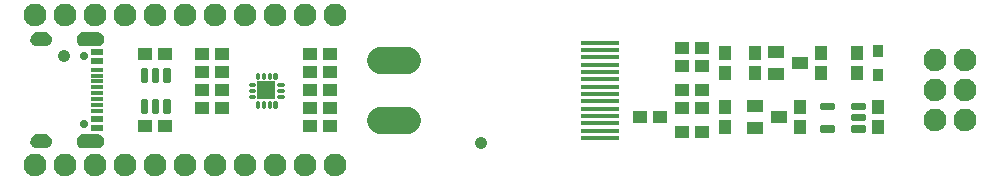
<source format=gbr>
G04 EAGLE Gerber RS-274X export*
G75*
%MOMM*%
%FSLAX34Y34*%
%LPD*%
%INGTS*%
%IPPOS*%
%AMOC8*
5,1,8,0,0,1.08239X$1,22.5*%
G01*
%ADD10C,0.249066*%
%ADD11R,1.500800X1.500800*%
%ADD12C,2.300800*%
%ADD13R,1.050800X0.330800*%
%ADD14R,1.050800X0.610800*%
%ADD15C,0.700800*%
%ADD16R,1.150800X1.050800*%
%ADD17C,0.414550*%
%ADD18C,1.930400*%
%ADD19C,1.050800*%
%ADD20R,1.050800X1.150800*%
%ADD21R,0.850800X1.050800*%
%ADD22R,1.320800X1.050800*%
%ADD23R,3.250800X0.400800*%

G36*
X73004Y37154D02*
X73004Y37154D01*
X73007Y37151D01*
X74129Y37306D01*
X74134Y37311D01*
X74138Y37308D01*
X75209Y37679D01*
X75213Y37685D01*
X75218Y37683D01*
X76195Y38256D01*
X76198Y38262D01*
X76203Y38261D01*
X77050Y39014D01*
X77052Y39021D01*
X77057Y39021D01*
X77741Y39924D01*
X77741Y39931D01*
X77746Y39932D01*
X78241Y40951D01*
X78239Y40958D01*
X78244Y40960D01*
X78531Y42057D01*
X78529Y42061D01*
X78531Y42062D01*
X78529Y42064D01*
X78532Y42066D01*
X78599Y43197D01*
X78597Y43201D01*
X78599Y43203D01*
X78532Y44334D01*
X78527Y44339D01*
X78531Y44343D01*
X78244Y45440D01*
X78238Y45444D01*
X78241Y45449D01*
X77746Y46468D01*
X77740Y46471D01*
X77741Y46476D01*
X77057Y47379D01*
X77050Y47381D01*
X77050Y47386D01*
X76203Y48139D01*
X76196Y48139D01*
X76195Y48144D01*
X75218Y48717D01*
X75211Y48716D01*
X75209Y48721D01*
X74138Y49092D01*
X74132Y49089D01*
X74129Y49094D01*
X73007Y49249D01*
X73002Y49246D01*
X73000Y49249D01*
X61000Y49249D01*
X60995Y49246D01*
X60992Y49249D01*
X59725Y49044D01*
X59719Y49038D01*
X59715Y49041D01*
X58525Y48559D01*
X58521Y48552D01*
X58515Y48554D01*
X57462Y47820D01*
X57460Y47812D01*
X57454Y47813D01*
X56591Y46863D01*
X56590Y46854D01*
X56585Y46854D01*
X55955Y45735D01*
X55956Y45727D01*
X55950Y45725D01*
X55585Y44495D01*
X55588Y44487D01*
X55583Y44484D01*
X55501Y43203D01*
X55504Y43199D01*
X55501Y43197D01*
X55583Y41916D01*
X55589Y41910D01*
X55585Y41905D01*
X55950Y40675D01*
X55957Y40670D01*
X55955Y40665D01*
X56585Y39546D01*
X56592Y39543D01*
X56591Y39537D01*
X57454Y38587D01*
X57462Y38586D01*
X57462Y38580D01*
X58515Y37846D01*
X58523Y37846D01*
X58525Y37841D01*
X59715Y37359D01*
X59722Y37361D01*
X59725Y37356D01*
X60992Y37151D01*
X60997Y37154D01*
X61000Y37151D01*
X73000Y37151D01*
X73004Y37154D01*
G37*
G36*
X73004Y-49246D02*
X73004Y-49246D01*
X73007Y-49249D01*
X74129Y-49094D01*
X74134Y-49089D01*
X74138Y-49092D01*
X75209Y-48721D01*
X75213Y-48715D01*
X75218Y-48717D01*
X76195Y-48144D01*
X76198Y-48138D01*
X76203Y-48139D01*
X77050Y-47386D01*
X77052Y-47379D01*
X77057Y-47379D01*
X77741Y-46476D01*
X77741Y-46469D01*
X77746Y-46468D01*
X78241Y-45449D01*
X78239Y-45442D01*
X78244Y-45440D01*
X78531Y-44343D01*
X78529Y-44339D01*
X78531Y-44338D01*
X78529Y-44336D01*
X78532Y-44334D01*
X78599Y-43203D01*
X78597Y-43199D01*
X78599Y-43197D01*
X78532Y-42066D01*
X78527Y-42061D01*
X78531Y-42057D01*
X78244Y-40960D01*
X78238Y-40956D01*
X78241Y-40951D01*
X77746Y-39932D01*
X77740Y-39929D01*
X77741Y-39924D01*
X77057Y-39021D01*
X77050Y-39019D01*
X77050Y-39014D01*
X76203Y-38261D01*
X76196Y-38261D01*
X76195Y-38256D01*
X75218Y-37683D01*
X75211Y-37684D01*
X75209Y-37679D01*
X74138Y-37308D01*
X74132Y-37311D01*
X74129Y-37306D01*
X73007Y-37151D01*
X73002Y-37154D01*
X73000Y-37151D01*
X61000Y-37151D01*
X60995Y-37154D01*
X60992Y-37151D01*
X59725Y-37356D01*
X59719Y-37362D01*
X59715Y-37359D01*
X58525Y-37841D01*
X58521Y-37848D01*
X58515Y-37846D01*
X57462Y-38580D01*
X57460Y-38588D01*
X57454Y-38587D01*
X56591Y-39537D01*
X56590Y-39546D01*
X56585Y-39546D01*
X55955Y-40665D01*
X55956Y-40673D01*
X55950Y-40675D01*
X55585Y-41905D01*
X55588Y-41913D01*
X55583Y-41916D01*
X55501Y-43197D01*
X55504Y-43201D01*
X55501Y-43203D01*
X55583Y-44484D01*
X55589Y-44490D01*
X55585Y-44495D01*
X55950Y-45725D01*
X55957Y-45730D01*
X55955Y-45735D01*
X56585Y-46854D01*
X56592Y-46857D01*
X56591Y-46863D01*
X57454Y-47813D01*
X57462Y-47814D01*
X57462Y-47820D01*
X58515Y-48554D01*
X58523Y-48554D01*
X58525Y-48559D01*
X59715Y-49041D01*
X59722Y-49039D01*
X59725Y-49044D01*
X60992Y-49249D01*
X60997Y-49246D01*
X61000Y-49249D01*
X73000Y-49249D01*
X73004Y-49246D01*
G37*
G36*
X28203Y37153D02*
X28203Y37153D01*
X28205Y37151D01*
X29381Y37262D01*
X29386Y37267D01*
X29390Y37264D01*
X30522Y37602D01*
X30526Y37608D01*
X30531Y37606D01*
X31575Y38158D01*
X31578Y38165D01*
X31583Y38163D01*
X32499Y38909D01*
X32500Y38916D01*
X32506Y38916D01*
X33259Y39826D01*
X33259Y39833D01*
X33264Y39834D01*
X33825Y40873D01*
X33824Y40878D01*
X33828Y40880D01*
X33827Y40881D01*
X33829Y40882D01*
X34176Y42011D01*
X34176Y42012D01*
X34177Y42013D01*
X34174Y42017D01*
X34178Y42020D01*
X34299Y43195D01*
X34295Y43202D01*
X34299Y43206D01*
X34142Y44546D01*
X34137Y44552D01*
X34140Y44557D01*
X33689Y45828D01*
X33682Y45833D01*
X33684Y45838D01*
X32962Y46977D01*
X32954Y46980D01*
X32955Y46986D01*
X31997Y47936D01*
X31989Y47937D01*
X31988Y47943D01*
X30843Y48656D01*
X30835Y48655D01*
X30833Y48661D01*
X29557Y49101D01*
X29550Y49099D01*
X29547Y49103D01*
X28205Y49249D01*
X28202Y49247D01*
X28200Y49249D01*
X22200Y49249D01*
X22197Y49247D01*
X22194Y49249D01*
X20865Y49094D01*
X20859Y49088D01*
X20855Y49091D01*
X19594Y48644D01*
X19589Y48637D01*
X19584Y48639D01*
X18454Y47922D01*
X18451Y47915D01*
X18445Y47916D01*
X17503Y46966D01*
X17502Y46957D01*
X17496Y46957D01*
X16789Y45821D01*
X16790Y45813D01*
X16784Y45811D01*
X16348Y44546D01*
X16350Y44538D01*
X16345Y44536D01*
X16201Y43205D01*
X16205Y43199D01*
X16201Y43195D01*
X16311Y42029D01*
X16316Y42024D01*
X16313Y42020D01*
X16648Y40897D01*
X16654Y40893D01*
X16652Y40889D01*
X17200Y39853D01*
X17206Y39850D01*
X17205Y39845D01*
X17944Y38937D01*
X17951Y38935D01*
X17951Y38930D01*
X18853Y38183D01*
X18861Y38183D01*
X18861Y38178D01*
X19892Y37621D01*
X19899Y37622D01*
X19901Y37617D01*
X21020Y37273D01*
X21027Y37275D01*
X21030Y37271D01*
X22195Y37151D01*
X22198Y37153D01*
X22200Y37151D01*
X28200Y37151D01*
X28203Y37153D01*
G37*
G36*
X28203Y-49247D02*
X28203Y-49247D01*
X28205Y-49249D01*
X29381Y-49138D01*
X29386Y-49133D01*
X29390Y-49136D01*
X30522Y-48798D01*
X30526Y-48792D01*
X30531Y-48794D01*
X31575Y-48242D01*
X31578Y-48235D01*
X31583Y-48237D01*
X32499Y-47491D01*
X32500Y-47484D01*
X32506Y-47484D01*
X33259Y-46575D01*
X33259Y-46567D01*
X33264Y-46567D01*
X33825Y-45527D01*
X33824Y-45522D01*
X33828Y-45520D01*
X33827Y-45519D01*
X33829Y-45518D01*
X34176Y-44389D01*
X34176Y-44388D01*
X34177Y-44387D01*
X34174Y-44383D01*
X34178Y-44380D01*
X34299Y-43205D01*
X34295Y-43198D01*
X34299Y-43194D01*
X34142Y-41854D01*
X34137Y-41848D01*
X34140Y-41843D01*
X33689Y-40572D01*
X33682Y-40567D01*
X33684Y-40562D01*
X32962Y-39423D01*
X32954Y-39420D01*
X32955Y-39414D01*
X31997Y-38464D01*
X31989Y-38463D01*
X31988Y-38457D01*
X30843Y-37744D01*
X30835Y-37745D01*
X30833Y-37739D01*
X29557Y-37299D01*
X29550Y-37301D01*
X29547Y-37297D01*
X28205Y-37151D01*
X28202Y-37153D01*
X28200Y-37151D01*
X22200Y-37151D01*
X22197Y-37153D01*
X22194Y-37151D01*
X20865Y-37306D01*
X20859Y-37312D01*
X20855Y-37309D01*
X19594Y-37756D01*
X19589Y-37763D01*
X19584Y-37761D01*
X18454Y-38478D01*
X18451Y-38485D01*
X18445Y-38484D01*
X17503Y-39435D01*
X17502Y-39443D01*
X17496Y-39443D01*
X16789Y-40579D01*
X16790Y-40587D01*
X16784Y-40589D01*
X16348Y-41854D01*
X16350Y-41862D01*
X16345Y-41865D01*
X16201Y-43195D01*
X16205Y-43201D01*
X16201Y-43205D01*
X16311Y-44371D01*
X16316Y-44376D01*
X16313Y-44380D01*
X16648Y-45503D01*
X16654Y-45507D01*
X16652Y-45511D01*
X17200Y-46547D01*
X17206Y-46550D01*
X17205Y-46555D01*
X17944Y-47463D01*
X17951Y-47465D01*
X17951Y-47470D01*
X18853Y-48217D01*
X18861Y-48217D01*
X18861Y-48223D01*
X19892Y-48779D01*
X19899Y-48778D01*
X19901Y-48783D01*
X21020Y-49127D01*
X21027Y-49125D01*
X21030Y-49129D01*
X22195Y-49249D01*
X22198Y-49247D01*
X22200Y-49249D01*
X28200Y-49249D01*
X28203Y-49247D01*
G37*
D10*
X226141Y-4491D02*
X229959Y-4491D01*
X229959Y-5509D01*
X226141Y-5509D01*
X226141Y-4491D01*
X226141Y509D02*
X229959Y509D01*
X229959Y-509D01*
X226141Y-509D01*
X226141Y509D01*
X226141Y5509D02*
X229959Y5509D01*
X229959Y4491D01*
X226141Y4491D01*
X226141Y5509D01*
X222891Y10241D02*
X222891Y14059D01*
X223909Y14059D01*
X223909Y10241D01*
X222891Y10241D01*
X222891Y12607D02*
X223909Y12607D01*
X217891Y14059D02*
X217891Y10241D01*
X217891Y14059D02*
X218909Y14059D01*
X218909Y10241D01*
X217891Y10241D01*
X217891Y12607D02*
X218909Y12607D01*
X212891Y14059D02*
X212891Y10241D01*
X212891Y14059D02*
X213909Y14059D01*
X213909Y10241D01*
X212891Y10241D01*
X212891Y12607D02*
X213909Y12607D01*
X207891Y14059D02*
X207891Y10241D01*
X207891Y14059D02*
X208909Y14059D01*
X208909Y10241D01*
X207891Y10241D01*
X207891Y12607D02*
X208909Y12607D01*
X205659Y4491D02*
X201841Y4491D01*
X201841Y5509D01*
X205659Y5509D01*
X205659Y4491D01*
X205659Y-509D02*
X201841Y-509D01*
X201841Y509D01*
X205659Y509D01*
X205659Y-509D01*
X205659Y-5509D02*
X201841Y-5509D01*
X201841Y-4491D01*
X205659Y-4491D01*
X205659Y-5509D01*
X208909Y-10241D02*
X208909Y-14059D01*
X207891Y-14059D01*
X207891Y-10241D01*
X208909Y-10241D01*
X208909Y-11693D02*
X207891Y-11693D01*
X213909Y-10241D02*
X213909Y-14059D01*
X212891Y-14059D01*
X212891Y-10241D01*
X213909Y-10241D01*
X213909Y-11693D02*
X212891Y-11693D01*
X218909Y-10241D02*
X218909Y-14059D01*
X217891Y-14059D01*
X217891Y-10241D01*
X218909Y-10241D01*
X218909Y-11693D02*
X217891Y-11693D01*
X223909Y-10241D02*
X223909Y-14059D01*
X222891Y-14059D01*
X222891Y-10241D01*
X223909Y-10241D01*
X223909Y-11693D02*
X222891Y-11693D01*
D11*
X215900Y0D03*
D12*
X312420Y-25400D02*
X334920Y-25400D01*
X334920Y25400D02*
X312420Y25400D01*
D13*
X72800Y-7500D03*
X72800Y-2500D03*
D14*
X72800Y-32250D03*
X72800Y-24500D03*
D13*
X72800Y-17500D03*
X72800Y-12500D03*
X72800Y7500D03*
X72800Y2500D03*
D14*
X72800Y32250D03*
X72800Y24500D03*
D13*
X72800Y17500D03*
X72800Y12500D03*
D15*
X61750Y28900D03*
X61750Y-28900D03*
D16*
X130420Y-30480D03*
X113420Y-30480D03*
X161680Y0D03*
X178680Y0D03*
X161680Y15240D03*
X178680Y15240D03*
X161680Y30480D03*
X178680Y30480D03*
X253120Y15240D03*
X270120Y15240D03*
X253120Y30480D03*
X270120Y30480D03*
X253120Y-15240D03*
X270120Y-15240D03*
X253120Y-30480D03*
X270120Y-30480D03*
X253120Y0D03*
X270120Y0D03*
X178680Y-15240D03*
X161680Y-15240D03*
X130420Y30480D03*
X113420Y30480D03*
D17*
X130489Y17182D02*
X132351Y17182D01*
X132351Y8820D01*
X130489Y8820D01*
X130489Y17182D01*
X130489Y12759D02*
X132351Y12759D01*
X132351Y16698D02*
X130489Y16698D01*
X122851Y17182D02*
X120989Y17182D01*
X122851Y17182D02*
X122851Y8820D01*
X120989Y8820D01*
X120989Y17182D01*
X120989Y12759D02*
X122851Y12759D01*
X122851Y16698D02*
X120989Y16698D01*
X113351Y17182D02*
X111489Y17182D01*
X113351Y17182D02*
X113351Y8820D01*
X111489Y8820D01*
X111489Y17182D01*
X111489Y12759D02*
X113351Y12759D01*
X113351Y16698D02*
X111489Y16698D01*
X111489Y-8820D02*
X113351Y-8820D01*
X113351Y-17182D01*
X111489Y-17182D01*
X111489Y-8820D01*
X111489Y-13243D02*
X113351Y-13243D01*
X113351Y-9304D02*
X111489Y-9304D01*
X130489Y-8820D02*
X132351Y-8820D01*
X132351Y-17182D01*
X130489Y-17182D01*
X130489Y-8820D01*
X130489Y-13243D02*
X132351Y-13243D01*
X132351Y-9304D02*
X130489Y-9304D01*
X122851Y-17182D02*
X120989Y-17182D01*
X120989Y-8820D01*
X122851Y-8820D01*
X122851Y-17182D01*
X122851Y-13243D02*
X120989Y-13243D01*
X120989Y-9304D02*
X122851Y-9304D01*
D18*
X20320Y63500D03*
X45720Y63500D03*
X71120Y63500D03*
X96520Y63500D03*
X121920Y63500D03*
X147320Y63500D03*
X172720Y63500D03*
X198120Y63500D03*
X223520Y63500D03*
X248920Y63500D03*
X274320Y63500D03*
X20320Y-63500D03*
X45720Y-63500D03*
X71120Y-63500D03*
X96520Y-63500D03*
X121920Y-63500D03*
X147320Y-63500D03*
X172720Y-63500D03*
X198120Y-63500D03*
X223520Y-63500D03*
X248920Y-63500D03*
X274320Y-63500D03*
D19*
X44450Y29210D03*
X397510Y-44450D03*
D16*
X585080Y-35560D03*
X568080Y-35560D03*
X549520Y-22860D03*
X532520Y-22860D03*
X585080Y-15240D03*
X568080Y-15240D03*
X585080Y0D03*
X568080Y0D03*
X585080Y35560D03*
X568080Y35560D03*
X585080Y20320D03*
X568080Y20320D03*
D20*
X604520Y31360D03*
X604520Y14360D03*
X629920Y14360D03*
X629920Y31360D03*
X604520Y-31360D03*
X604520Y-14360D03*
X685800Y31360D03*
X685800Y14360D03*
X668020Y-31360D03*
X668020Y-14360D03*
X734060Y-31360D03*
X734060Y-14360D03*
X716280Y31360D03*
X716280Y14360D03*
D21*
X734060Y32860D03*
X734060Y12860D03*
D22*
X667860Y22860D03*
X647860Y13360D03*
X647860Y32360D03*
X650080Y-22860D03*
X630080Y-32360D03*
X630080Y-13360D03*
D23*
X498780Y-40300D03*
X498780Y-34100D03*
X498780Y-27900D03*
X498780Y-21700D03*
X498780Y-15500D03*
X498780Y-9300D03*
X498780Y-3100D03*
X498780Y3100D03*
X498780Y9300D03*
X498780Y15500D03*
X498780Y21700D03*
X498780Y27900D03*
X498780Y34100D03*
X498780Y40300D03*
D17*
X720762Y-31429D02*
X720762Y-33291D01*
X712400Y-33291D01*
X712400Y-31429D01*
X720762Y-31429D01*
X720762Y-23791D02*
X720762Y-21929D01*
X720762Y-23791D02*
X712400Y-23791D01*
X712400Y-21929D01*
X720762Y-21929D01*
X720762Y-14291D02*
X720762Y-12429D01*
X720762Y-14291D02*
X712400Y-14291D01*
X712400Y-12429D01*
X720762Y-12429D01*
X694760Y-12429D02*
X694760Y-14291D01*
X686398Y-14291D01*
X686398Y-12429D01*
X694760Y-12429D01*
X694760Y-31429D02*
X694760Y-33291D01*
X686398Y-33291D01*
X686398Y-31429D01*
X694760Y-31429D01*
D18*
X807720Y-25400D03*
X782320Y-25400D03*
X807720Y0D03*
X782320Y0D03*
X807720Y25400D03*
X782320Y25400D03*
M02*

</source>
